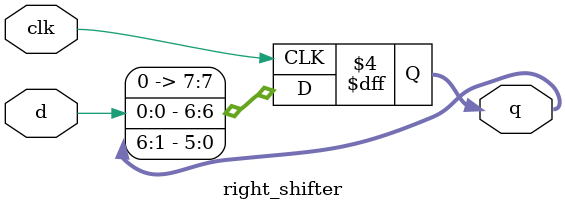
<source format=v>
 module right_shifter(clk, q,d);

    input  clk;
    input d;
    output  [7:0] q;
    reg   [7:0]  q;
    initial q = 0;

    always @(posedge clk)
          begin
            q <= (q >> 1);
            q[6] <= d;
          end  

endmodule
</source>
